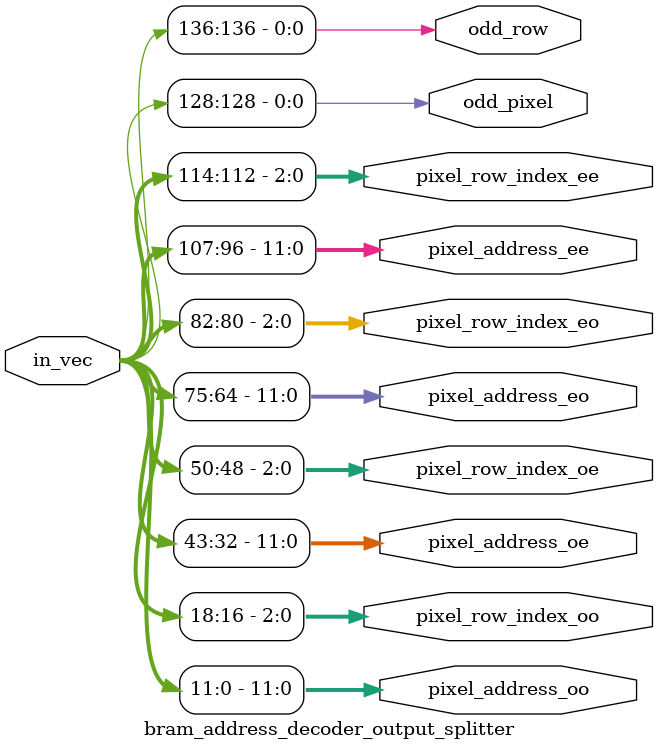
<source format=v>
module bram_address_decoder_output_splitter(
    input [143:0] in_vec, 
    output [11:0] pixel_address_oo,
    output [2:0] pixel_row_index_oo,
    output [11:0] pixel_address_oe,
    output [2:0] pixel_row_index_oe,
    output [11:0] pixel_address_eo,
    output [2:0] pixel_row_index_eo,
    output [11:0] pixel_address_ee,
    output [2:0] pixel_row_index_ee,
    output odd_pixel,
    output odd_row
);

// The output created by Vitis HLS are 4 bytes aligned, so we account for padding
// Also every variable takes multiple of bytes (not bits)

assign pixel_address_oo = in_vec[11-:12];
// 4 bits to fill up 16 bits
assign pixel_row_index_oo = in_vec[18-:3];
// fill up to 4 bytes
assign pixel_address_oe = in_vec[43-:12];
// 4 bits to fill up 16 bits
assign pixel_row_index_oe = in_vec[50-:3];
// fill up to 4 bytes
assign pixel_address_eo = in_vec[75-:12];
// 4 bits to fill up 16 bits
assign pixel_row_index_eo = in_vec[82-:3];
// fill up to 4 bytes
assign pixel_address_ee = in_vec[107-:12];
// 4 bits to fill up 16 bits
assign pixel_row_index_ee = in_vec[114-:3];
// fill up to 4 bytes
assign odd_pixel = in_vec[128];
assign odd_row = in_vec[136];


  
endmodule
</source>
